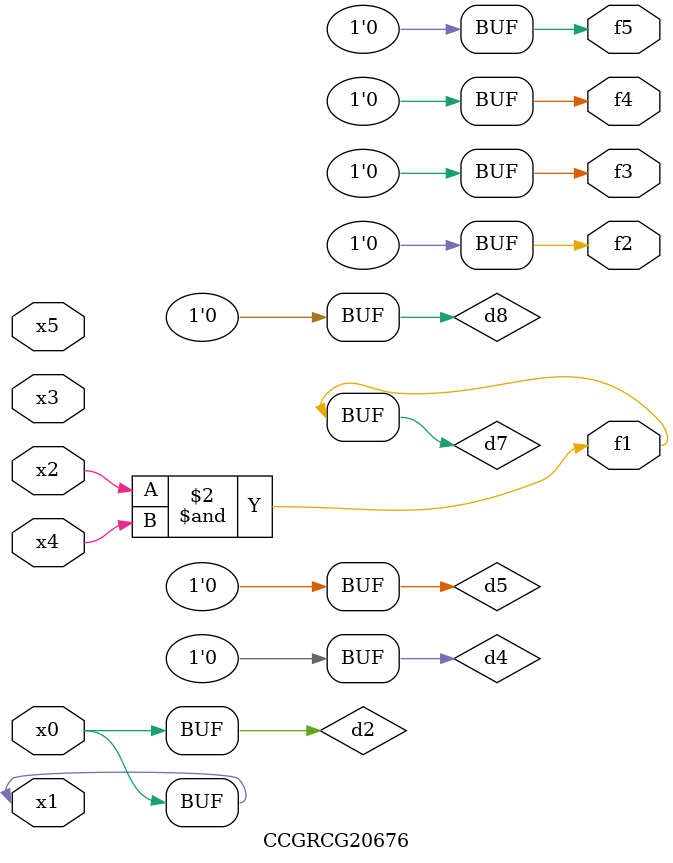
<source format=v>
module CCGRCG20676(
	input x0, x1, x2, x3, x4, x5,
	output f1, f2, f3, f4, f5
);

	wire d1, d2, d3, d4, d5, d6, d7, d8, d9;

	nand (d1, x1);
	buf (d2, x0, x1);
	nand (d3, x2, x4);
	and (d4, d1, d2);
	and (d5, d1, d2);
	nand (d6, d1, d3);
	not (d7, d3);
	xor (d8, d5);
	nor (d9, d5, d6);
	assign f1 = d7;
	assign f2 = d8;
	assign f3 = d8;
	assign f4 = d8;
	assign f5 = d8;
endmodule

</source>
